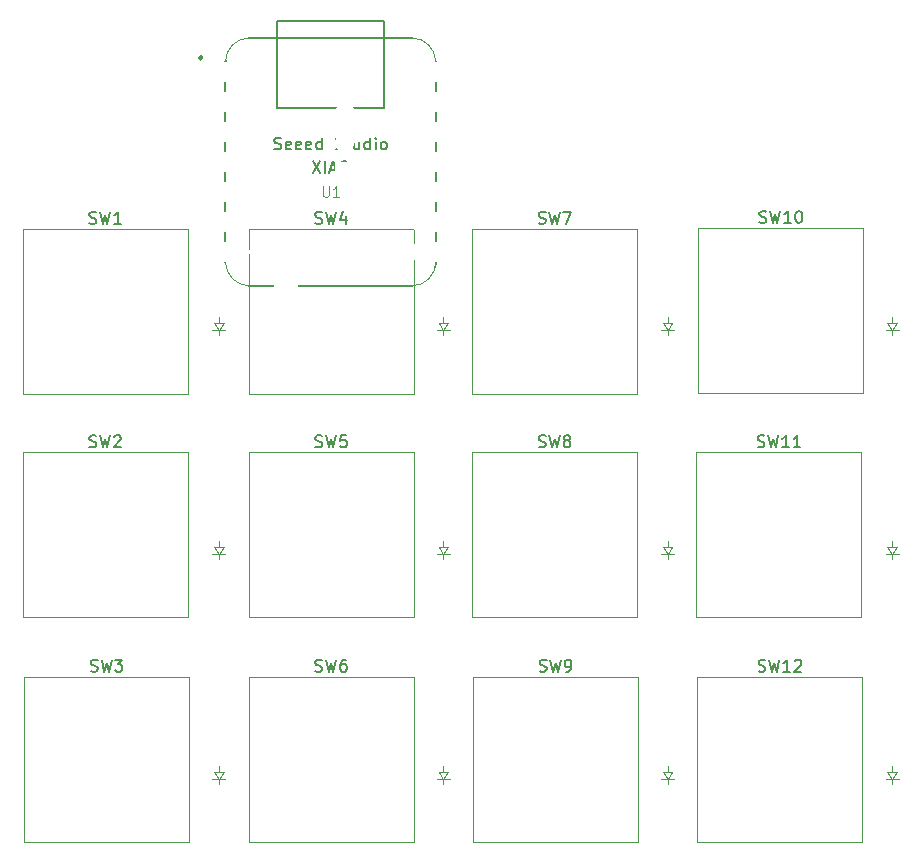
<source format=gbr>
%TF.GenerationSoftware,KiCad,Pcbnew,8.0.6*%
%TF.CreationDate,2024-10-21T19:55:21-04:00*%
%TF.ProjectId,pcb,7063622e-6b69-4636-9164-5f7063625858,rev?*%
%TF.SameCoordinates,Original*%
%TF.FileFunction,Legend,Top*%
%TF.FilePolarity,Positive*%
%FSLAX46Y46*%
G04 Gerber Fmt 4.6, Leading zero omitted, Abs format (unit mm)*
G04 Created by KiCad (PCBNEW 8.0.6) date 2024-10-21 19:55:21*
%MOMM*%
%LPD*%
G01*
G04 APERTURE LIST*
%ADD10C,0.150000*%
%ADD11C,0.101600*%
%ADD12C,0.100000*%
%ADD13C,0.120000*%
%ADD14C,0.025400*%
%ADD15C,0.254000*%
%ADD16C,0.127000*%
%ADD17O,1.600000X1.600000*%
%ADD18R,1.600000X1.600000*%
%ADD19C,2.200000*%
%ADD20C,1.700000*%
%ADD21C,4.000000*%
%ADD22O,1.700000X1.700000*%
%ADD23R,1.700000X1.700000*%
%ADD24O,3.700000X1.700000*%
%ADD25O,3.600000X1.700000*%
%ADD26R,3.500000X1.700000*%
G04 APERTURE END LIST*
D10*
X161190476Y-53033200D02*
X161333333Y-53080819D01*
X161333333Y-53080819D02*
X161571428Y-53080819D01*
X161571428Y-53080819D02*
X161666666Y-53033200D01*
X161666666Y-53033200D02*
X161714285Y-52985580D01*
X161714285Y-52985580D02*
X161761904Y-52890342D01*
X161761904Y-52890342D02*
X161761904Y-52795104D01*
X161761904Y-52795104D02*
X161714285Y-52699866D01*
X161714285Y-52699866D02*
X161666666Y-52652247D01*
X161666666Y-52652247D02*
X161571428Y-52604628D01*
X161571428Y-52604628D02*
X161380952Y-52557009D01*
X161380952Y-52557009D02*
X161285714Y-52509390D01*
X161285714Y-52509390D02*
X161238095Y-52461771D01*
X161238095Y-52461771D02*
X161190476Y-52366533D01*
X161190476Y-52366533D02*
X161190476Y-52271295D01*
X161190476Y-52271295D02*
X161238095Y-52176057D01*
X161238095Y-52176057D02*
X161285714Y-52128438D01*
X161285714Y-52128438D02*
X161380952Y-52080819D01*
X161380952Y-52080819D02*
X161619047Y-52080819D01*
X161619047Y-52080819D02*
X161761904Y-52128438D01*
X162095238Y-52080819D02*
X162333333Y-53080819D01*
X162333333Y-53080819D02*
X162523809Y-52366533D01*
X162523809Y-52366533D02*
X162714285Y-53080819D01*
X162714285Y-53080819D02*
X162952381Y-52080819D01*
X163857142Y-53080819D02*
X163285714Y-53080819D01*
X163571428Y-53080819D02*
X163571428Y-52080819D01*
X163571428Y-52080819D02*
X163476190Y-52223676D01*
X163476190Y-52223676D02*
X163380952Y-52318914D01*
X163380952Y-52318914D02*
X163285714Y-52366533D01*
X164476190Y-52080819D02*
X164571428Y-52080819D01*
X164571428Y-52080819D02*
X164666666Y-52128438D01*
X164666666Y-52128438D02*
X164714285Y-52176057D01*
X164714285Y-52176057D02*
X164761904Y-52271295D01*
X164761904Y-52271295D02*
X164809523Y-52461771D01*
X164809523Y-52461771D02*
X164809523Y-52699866D01*
X164809523Y-52699866D02*
X164761904Y-52890342D01*
X164761904Y-52890342D02*
X164714285Y-52985580D01*
X164714285Y-52985580D02*
X164666666Y-53033200D01*
X164666666Y-53033200D02*
X164571428Y-53080819D01*
X164571428Y-53080819D02*
X164476190Y-53080819D01*
X164476190Y-53080819D02*
X164380952Y-53033200D01*
X164380952Y-53033200D02*
X164333333Y-52985580D01*
X164333333Y-52985580D02*
X164285714Y-52890342D01*
X164285714Y-52890342D02*
X164238095Y-52699866D01*
X164238095Y-52699866D02*
X164238095Y-52461771D01*
X164238095Y-52461771D02*
X164285714Y-52271295D01*
X164285714Y-52271295D02*
X164333333Y-52176057D01*
X164333333Y-52176057D02*
X164380952Y-52128438D01*
X164380952Y-52128438D02*
X164476190Y-52080819D01*
X142586667Y-91033200D02*
X142729524Y-91080819D01*
X142729524Y-91080819D02*
X142967619Y-91080819D01*
X142967619Y-91080819D02*
X143062857Y-91033200D01*
X143062857Y-91033200D02*
X143110476Y-90985580D01*
X143110476Y-90985580D02*
X143158095Y-90890342D01*
X143158095Y-90890342D02*
X143158095Y-90795104D01*
X143158095Y-90795104D02*
X143110476Y-90699866D01*
X143110476Y-90699866D02*
X143062857Y-90652247D01*
X143062857Y-90652247D02*
X142967619Y-90604628D01*
X142967619Y-90604628D02*
X142777143Y-90557009D01*
X142777143Y-90557009D02*
X142681905Y-90509390D01*
X142681905Y-90509390D02*
X142634286Y-90461771D01*
X142634286Y-90461771D02*
X142586667Y-90366533D01*
X142586667Y-90366533D02*
X142586667Y-90271295D01*
X142586667Y-90271295D02*
X142634286Y-90176057D01*
X142634286Y-90176057D02*
X142681905Y-90128438D01*
X142681905Y-90128438D02*
X142777143Y-90080819D01*
X142777143Y-90080819D02*
X143015238Y-90080819D01*
X143015238Y-90080819D02*
X143158095Y-90128438D01*
X143491429Y-90080819D02*
X143729524Y-91080819D01*
X143729524Y-91080819D02*
X143920000Y-90366533D01*
X143920000Y-90366533D02*
X144110476Y-91080819D01*
X144110476Y-91080819D02*
X144348572Y-90080819D01*
X144777143Y-91080819D02*
X144967619Y-91080819D01*
X144967619Y-91080819D02*
X145062857Y-91033200D01*
X145062857Y-91033200D02*
X145110476Y-90985580D01*
X145110476Y-90985580D02*
X145205714Y-90842723D01*
X145205714Y-90842723D02*
X145253333Y-90652247D01*
X145253333Y-90652247D02*
X145253333Y-90271295D01*
X145253333Y-90271295D02*
X145205714Y-90176057D01*
X145205714Y-90176057D02*
X145158095Y-90128438D01*
X145158095Y-90128438D02*
X145062857Y-90080819D01*
X145062857Y-90080819D02*
X144872381Y-90080819D01*
X144872381Y-90080819D02*
X144777143Y-90128438D01*
X144777143Y-90128438D02*
X144729524Y-90176057D01*
X144729524Y-90176057D02*
X144681905Y-90271295D01*
X144681905Y-90271295D02*
X144681905Y-90509390D01*
X144681905Y-90509390D02*
X144729524Y-90604628D01*
X144729524Y-90604628D02*
X144777143Y-90652247D01*
X144777143Y-90652247D02*
X144872381Y-90699866D01*
X144872381Y-90699866D02*
X145062857Y-90699866D01*
X145062857Y-90699866D02*
X145158095Y-90652247D01*
X145158095Y-90652247D02*
X145205714Y-90604628D01*
X145205714Y-90604628D02*
X145253333Y-90509390D01*
X104456667Y-72033200D02*
X104599524Y-72080819D01*
X104599524Y-72080819D02*
X104837619Y-72080819D01*
X104837619Y-72080819D02*
X104932857Y-72033200D01*
X104932857Y-72033200D02*
X104980476Y-71985580D01*
X104980476Y-71985580D02*
X105028095Y-71890342D01*
X105028095Y-71890342D02*
X105028095Y-71795104D01*
X105028095Y-71795104D02*
X104980476Y-71699866D01*
X104980476Y-71699866D02*
X104932857Y-71652247D01*
X104932857Y-71652247D02*
X104837619Y-71604628D01*
X104837619Y-71604628D02*
X104647143Y-71557009D01*
X104647143Y-71557009D02*
X104551905Y-71509390D01*
X104551905Y-71509390D02*
X104504286Y-71461771D01*
X104504286Y-71461771D02*
X104456667Y-71366533D01*
X104456667Y-71366533D02*
X104456667Y-71271295D01*
X104456667Y-71271295D02*
X104504286Y-71176057D01*
X104504286Y-71176057D02*
X104551905Y-71128438D01*
X104551905Y-71128438D02*
X104647143Y-71080819D01*
X104647143Y-71080819D02*
X104885238Y-71080819D01*
X104885238Y-71080819D02*
X105028095Y-71128438D01*
X105361429Y-71080819D02*
X105599524Y-72080819D01*
X105599524Y-72080819D02*
X105790000Y-71366533D01*
X105790000Y-71366533D02*
X105980476Y-72080819D01*
X105980476Y-72080819D02*
X106218572Y-71080819D01*
X106551905Y-71176057D02*
X106599524Y-71128438D01*
X106599524Y-71128438D02*
X106694762Y-71080819D01*
X106694762Y-71080819D02*
X106932857Y-71080819D01*
X106932857Y-71080819D02*
X107028095Y-71128438D01*
X107028095Y-71128438D02*
X107075714Y-71176057D01*
X107075714Y-71176057D02*
X107123333Y-71271295D01*
X107123333Y-71271295D02*
X107123333Y-71366533D01*
X107123333Y-71366533D02*
X107075714Y-71509390D01*
X107075714Y-71509390D02*
X106504286Y-72080819D01*
X106504286Y-72080819D02*
X107123333Y-72080819D01*
X123586667Y-53113200D02*
X123729524Y-53160819D01*
X123729524Y-53160819D02*
X123967619Y-53160819D01*
X123967619Y-53160819D02*
X124062857Y-53113200D01*
X124062857Y-53113200D02*
X124110476Y-53065580D01*
X124110476Y-53065580D02*
X124158095Y-52970342D01*
X124158095Y-52970342D02*
X124158095Y-52875104D01*
X124158095Y-52875104D02*
X124110476Y-52779866D01*
X124110476Y-52779866D02*
X124062857Y-52732247D01*
X124062857Y-52732247D02*
X123967619Y-52684628D01*
X123967619Y-52684628D02*
X123777143Y-52637009D01*
X123777143Y-52637009D02*
X123681905Y-52589390D01*
X123681905Y-52589390D02*
X123634286Y-52541771D01*
X123634286Y-52541771D02*
X123586667Y-52446533D01*
X123586667Y-52446533D02*
X123586667Y-52351295D01*
X123586667Y-52351295D02*
X123634286Y-52256057D01*
X123634286Y-52256057D02*
X123681905Y-52208438D01*
X123681905Y-52208438D02*
X123777143Y-52160819D01*
X123777143Y-52160819D02*
X124015238Y-52160819D01*
X124015238Y-52160819D02*
X124158095Y-52208438D01*
X124491429Y-52160819D02*
X124729524Y-53160819D01*
X124729524Y-53160819D02*
X124920000Y-52446533D01*
X124920000Y-52446533D02*
X125110476Y-53160819D01*
X125110476Y-53160819D02*
X125348572Y-52160819D01*
X126158095Y-52494152D02*
X126158095Y-53160819D01*
X125920000Y-52113200D02*
X125681905Y-52827485D01*
X125681905Y-52827485D02*
X126300952Y-52827485D01*
X104586667Y-91033200D02*
X104729524Y-91080819D01*
X104729524Y-91080819D02*
X104967619Y-91080819D01*
X104967619Y-91080819D02*
X105062857Y-91033200D01*
X105062857Y-91033200D02*
X105110476Y-90985580D01*
X105110476Y-90985580D02*
X105158095Y-90890342D01*
X105158095Y-90890342D02*
X105158095Y-90795104D01*
X105158095Y-90795104D02*
X105110476Y-90699866D01*
X105110476Y-90699866D02*
X105062857Y-90652247D01*
X105062857Y-90652247D02*
X104967619Y-90604628D01*
X104967619Y-90604628D02*
X104777143Y-90557009D01*
X104777143Y-90557009D02*
X104681905Y-90509390D01*
X104681905Y-90509390D02*
X104634286Y-90461771D01*
X104634286Y-90461771D02*
X104586667Y-90366533D01*
X104586667Y-90366533D02*
X104586667Y-90271295D01*
X104586667Y-90271295D02*
X104634286Y-90176057D01*
X104634286Y-90176057D02*
X104681905Y-90128438D01*
X104681905Y-90128438D02*
X104777143Y-90080819D01*
X104777143Y-90080819D02*
X105015238Y-90080819D01*
X105015238Y-90080819D02*
X105158095Y-90128438D01*
X105491429Y-90080819D02*
X105729524Y-91080819D01*
X105729524Y-91080819D02*
X105920000Y-90366533D01*
X105920000Y-90366533D02*
X106110476Y-91080819D01*
X106110476Y-91080819D02*
X106348572Y-90080819D01*
X106634286Y-90080819D02*
X107253333Y-90080819D01*
X107253333Y-90080819D02*
X106920000Y-90461771D01*
X106920000Y-90461771D02*
X107062857Y-90461771D01*
X107062857Y-90461771D02*
X107158095Y-90509390D01*
X107158095Y-90509390D02*
X107205714Y-90557009D01*
X107205714Y-90557009D02*
X107253333Y-90652247D01*
X107253333Y-90652247D02*
X107253333Y-90890342D01*
X107253333Y-90890342D02*
X107205714Y-90985580D01*
X107205714Y-90985580D02*
X107158095Y-91033200D01*
X107158095Y-91033200D02*
X107062857Y-91080819D01*
X107062857Y-91080819D02*
X106777143Y-91080819D01*
X106777143Y-91080819D02*
X106681905Y-91033200D01*
X106681905Y-91033200D02*
X106634286Y-90985580D01*
X123586667Y-72033200D02*
X123729524Y-72080819D01*
X123729524Y-72080819D02*
X123967619Y-72080819D01*
X123967619Y-72080819D02*
X124062857Y-72033200D01*
X124062857Y-72033200D02*
X124110476Y-71985580D01*
X124110476Y-71985580D02*
X124158095Y-71890342D01*
X124158095Y-71890342D02*
X124158095Y-71795104D01*
X124158095Y-71795104D02*
X124110476Y-71699866D01*
X124110476Y-71699866D02*
X124062857Y-71652247D01*
X124062857Y-71652247D02*
X123967619Y-71604628D01*
X123967619Y-71604628D02*
X123777143Y-71557009D01*
X123777143Y-71557009D02*
X123681905Y-71509390D01*
X123681905Y-71509390D02*
X123634286Y-71461771D01*
X123634286Y-71461771D02*
X123586667Y-71366533D01*
X123586667Y-71366533D02*
X123586667Y-71271295D01*
X123586667Y-71271295D02*
X123634286Y-71176057D01*
X123634286Y-71176057D02*
X123681905Y-71128438D01*
X123681905Y-71128438D02*
X123777143Y-71080819D01*
X123777143Y-71080819D02*
X124015238Y-71080819D01*
X124015238Y-71080819D02*
X124158095Y-71128438D01*
X124491429Y-71080819D02*
X124729524Y-72080819D01*
X124729524Y-72080819D02*
X124920000Y-71366533D01*
X124920000Y-71366533D02*
X125110476Y-72080819D01*
X125110476Y-72080819D02*
X125348572Y-71080819D01*
X126205714Y-71080819D02*
X125729524Y-71080819D01*
X125729524Y-71080819D02*
X125681905Y-71557009D01*
X125681905Y-71557009D02*
X125729524Y-71509390D01*
X125729524Y-71509390D02*
X125824762Y-71461771D01*
X125824762Y-71461771D02*
X126062857Y-71461771D01*
X126062857Y-71461771D02*
X126158095Y-71509390D01*
X126158095Y-71509390D02*
X126205714Y-71557009D01*
X126205714Y-71557009D02*
X126253333Y-71652247D01*
X126253333Y-71652247D02*
X126253333Y-71890342D01*
X126253333Y-71890342D02*
X126205714Y-71985580D01*
X126205714Y-71985580D02*
X126158095Y-72033200D01*
X126158095Y-72033200D02*
X126062857Y-72080819D01*
X126062857Y-72080819D02*
X125824762Y-72080819D01*
X125824762Y-72080819D02*
X125729524Y-72033200D01*
X125729524Y-72033200D02*
X125681905Y-71985580D01*
X123586667Y-91033200D02*
X123729524Y-91080819D01*
X123729524Y-91080819D02*
X123967619Y-91080819D01*
X123967619Y-91080819D02*
X124062857Y-91033200D01*
X124062857Y-91033200D02*
X124110476Y-90985580D01*
X124110476Y-90985580D02*
X124158095Y-90890342D01*
X124158095Y-90890342D02*
X124158095Y-90795104D01*
X124158095Y-90795104D02*
X124110476Y-90699866D01*
X124110476Y-90699866D02*
X124062857Y-90652247D01*
X124062857Y-90652247D02*
X123967619Y-90604628D01*
X123967619Y-90604628D02*
X123777143Y-90557009D01*
X123777143Y-90557009D02*
X123681905Y-90509390D01*
X123681905Y-90509390D02*
X123634286Y-90461771D01*
X123634286Y-90461771D02*
X123586667Y-90366533D01*
X123586667Y-90366533D02*
X123586667Y-90271295D01*
X123586667Y-90271295D02*
X123634286Y-90176057D01*
X123634286Y-90176057D02*
X123681905Y-90128438D01*
X123681905Y-90128438D02*
X123777143Y-90080819D01*
X123777143Y-90080819D02*
X124015238Y-90080819D01*
X124015238Y-90080819D02*
X124158095Y-90128438D01*
X124491429Y-90080819D02*
X124729524Y-91080819D01*
X124729524Y-91080819D02*
X124920000Y-90366533D01*
X124920000Y-90366533D02*
X125110476Y-91080819D01*
X125110476Y-91080819D02*
X125348572Y-90080819D01*
X126158095Y-90080819D02*
X125967619Y-90080819D01*
X125967619Y-90080819D02*
X125872381Y-90128438D01*
X125872381Y-90128438D02*
X125824762Y-90176057D01*
X125824762Y-90176057D02*
X125729524Y-90318914D01*
X125729524Y-90318914D02*
X125681905Y-90509390D01*
X125681905Y-90509390D02*
X125681905Y-90890342D01*
X125681905Y-90890342D02*
X125729524Y-90985580D01*
X125729524Y-90985580D02*
X125777143Y-91033200D01*
X125777143Y-91033200D02*
X125872381Y-91080819D01*
X125872381Y-91080819D02*
X126062857Y-91080819D01*
X126062857Y-91080819D02*
X126158095Y-91033200D01*
X126158095Y-91033200D02*
X126205714Y-90985580D01*
X126205714Y-90985580D02*
X126253333Y-90890342D01*
X126253333Y-90890342D02*
X126253333Y-90652247D01*
X126253333Y-90652247D02*
X126205714Y-90557009D01*
X126205714Y-90557009D02*
X126158095Y-90509390D01*
X126158095Y-90509390D02*
X126062857Y-90461771D01*
X126062857Y-90461771D02*
X125872381Y-90461771D01*
X125872381Y-90461771D02*
X125777143Y-90509390D01*
X125777143Y-90509390D02*
X125729524Y-90557009D01*
X125729524Y-90557009D02*
X125681905Y-90652247D01*
X142506667Y-72033200D02*
X142649524Y-72080819D01*
X142649524Y-72080819D02*
X142887619Y-72080819D01*
X142887619Y-72080819D02*
X142982857Y-72033200D01*
X142982857Y-72033200D02*
X143030476Y-71985580D01*
X143030476Y-71985580D02*
X143078095Y-71890342D01*
X143078095Y-71890342D02*
X143078095Y-71795104D01*
X143078095Y-71795104D02*
X143030476Y-71699866D01*
X143030476Y-71699866D02*
X142982857Y-71652247D01*
X142982857Y-71652247D02*
X142887619Y-71604628D01*
X142887619Y-71604628D02*
X142697143Y-71557009D01*
X142697143Y-71557009D02*
X142601905Y-71509390D01*
X142601905Y-71509390D02*
X142554286Y-71461771D01*
X142554286Y-71461771D02*
X142506667Y-71366533D01*
X142506667Y-71366533D02*
X142506667Y-71271295D01*
X142506667Y-71271295D02*
X142554286Y-71176057D01*
X142554286Y-71176057D02*
X142601905Y-71128438D01*
X142601905Y-71128438D02*
X142697143Y-71080819D01*
X142697143Y-71080819D02*
X142935238Y-71080819D01*
X142935238Y-71080819D02*
X143078095Y-71128438D01*
X143411429Y-71080819D02*
X143649524Y-72080819D01*
X143649524Y-72080819D02*
X143840000Y-71366533D01*
X143840000Y-71366533D02*
X144030476Y-72080819D01*
X144030476Y-72080819D02*
X144268572Y-71080819D01*
X144792381Y-71509390D02*
X144697143Y-71461771D01*
X144697143Y-71461771D02*
X144649524Y-71414152D01*
X144649524Y-71414152D02*
X144601905Y-71318914D01*
X144601905Y-71318914D02*
X144601905Y-71271295D01*
X144601905Y-71271295D02*
X144649524Y-71176057D01*
X144649524Y-71176057D02*
X144697143Y-71128438D01*
X144697143Y-71128438D02*
X144792381Y-71080819D01*
X144792381Y-71080819D02*
X144982857Y-71080819D01*
X144982857Y-71080819D02*
X145078095Y-71128438D01*
X145078095Y-71128438D02*
X145125714Y-71176057D01*
X145125714Y-71176057D02*
X145173333Y-71271295D01*
X145173333Y-71271295D02*
X145173333Y-71318914D01*
X145173333Y-71318914D02*
X145125714Y-71414152D01*
X145125714Y-71414152D02*
X145078095Y-71461771D01*
X145078095Y-71461771D02*
X144982857Y-71509390D01*
X144982857Y-71509390D02*
X144792381Y-71509390D01*
X144792381Y-71509390D02*
X144697143Y-71557009D01*
X144697143Y-71557009D02*
X144649524Y-71604628D01*
X144649524Y-71604628D02*
X144601905Y-71699866D01*
X144601905Y-71699866D02*
X144601905Y-71890342D01*
X144601905Y-71890342D02*
X144649524Y-71985580D01*
X144649524Y-71985580D02*
X144697143Y-72033200D01*
X144697143Y-72033200D02*
X144792381Y-72080819D01*
X144792381Y-72080819D02*
X144982857Y-72080819D01*
X144982857Y-72080819D02*
X145078095Y-72033200D01*
X145078095Y-72033200D02*
X145125714Y-71985580D01*
X145125714Y-71985580D02*
X145173333Y-71890342D01*
X145173333Y-71890342D02*
X145173333Y-71699866D01*
X145173333Y-71699866D02*
X145125714Y-71604628D01*
X145125714Y-71604628D02*
X145078095Y-71557009D01*
X145078095Y-71557009D02*
X144982857Y-71509390D01*
D11*
X124197666Y-49976985D02*
X124197666Y-50696652D01*
X124197666Y-50696652D02*
X124240000Y-50781318D01*
X124240000Y-50781318D02*
X124282333Y-50823652D01*
X124282333Y-50823652D02*
X124367000Y-50865985D01*
X124367000Y-50865985D02*
X124536333Y-50865985D01*
X124536333Y-50865985D02*
X124621000Y-50823652D01*
X124621000Y-50823652D02*
X124663333Y-50781318D01*
X124663333Y-50781318D02*
X124705666Y-50696652D01*
X124705666Y-50696652D02*
X124705666Y-49976985D01*
X125594666Y-50865985D02*
X125086666Y-50865985D01*
X125340666Y-50865985D02*
X125340666Y-49976985D01*
X125340666Y-49976985D02*
X125255999Y-50103985D01*
X125255999Y-50103985D02*
X125171333Y-50188652D01*
X125171333Y-50188652D02*
X125086666Y-50230985D01*
D10*
X123351191Y-47874819D02*
X124017857Y-48874819D01*
X124017857Y-47874819D02*
X123351191Y-48874819D01*
X124398810Y-48874819D02*
X124398810Y-47874819D01*
X124827381Y-48589104D02*
X125303571Y-48589104D01*
X124732143Y-48874819D02*
X125065476Y-47874819D01*
X125065476Y-47874819D02*
X125398809Y-48874819D01*
X125922619Y-47874819D02*
X126113095Y-47874819D01*
X126113095Y-47874819D02*
X126208333Y-47922438D01*
X126208333Y-47922438D02*
X126303571Y-48017676D01*
X126303571Y-48017676D02*
X126351190Y-48208152D01*
X126351190Y-48208152D02*
X126351190Y-48541485D01*
X126351190Y-48541485D02*
X126303571Y-48731961D01*
X126303571Y-48731961D02*
X126208333Y-48827200D01*
X126208333Y-48827200D02*
X126113095Y-48874819D01*
X126113095Y-48874819D02*
X125922619Y-48874819D01*
X125922619Y-48874819D02*
X125827381Y-48827200D01*
X125827381Y-48827200D02*
X125732143Y-48731961D01*
X125732143Y-48731961D02*
X125684524Y-48541485D01*
X125684524Y-48541485D02*
X125684524Y-48208152D01*
X125684524Y-48208152D02*
X125732143Y-48017676D01*
X125732143Y-48017676D02*
X125827381Y-47922438D01*
X125827381Y-47922438D02*
X125922619Y-47874819D01*
X120113095Y-46827200D02*
X120255952Y-46874819D01*
X120255952Y-46874819D02*
X120494047Y-46874819D01*
X120494047Y-46874819D02*
X120589285Y-46827200D01*
X120589285Y-46827200D02*
X120636904Y-46779580D01*
X120636904Y-46779580D02*
X120684523Y-46684342D01*
X120684523Y-46684342D02*
X120684523Y-46589104D01*
X120684523Y-46589104D02*
X120636904Y-46493866D01*
X120636904Y-46493866D02*
X120589285Y-46446247D01*
X120589285Y-46446247D02*
X120494047Y-46398628D01*
X120494047Y-46398628D02*
X120303571Y-46351009D01*
X120303571Y-46351009D02*
X120208333Y-46303390D01*
X120208333Y-46303390D02*
X120160714Y-46255771D01*
X120160714Y-46255771D02*
X120113095Y-46160533D01*
X120113095Y-46160533D02*
X120113095Y-46065295D01*
X120113095Y-46065295D02*
X120160714Y-45970057D01*
X120160714Y-45970057D02*
X120208333Y-45922438D01*
X120208333Y-45922438D02*
X120303571Y-45874819D01*
X120303571Y-45874819D02*
X120541666Y-45874819D01*
X120541666Y-45874819D02*
X120684523Y-45922438D01*
X121494047Y-46827200D02*
X121398809Y-46874819D01*
X121398809Y-46874819D02*
X121208333Y-46874819D01*
X121208333Y-46874819D02*
X121113095Y-46827200D01*
X121113095Y-46827200D02*
X121065476Y-46731961D01*
X121065476Y-46731961D02*
X121065476Y-46351009D01*
X121065476Y-46351009D02*
X121113095Y-46255771D01*
X121113095Y-46255771D02*
X121208333Y-46208152D01*
X121208333Y-46208152D02*
X121398809Y-46208152D01*
X121398809Y-46208152D02*
X121494047Y-46255771D01*
X121494047Y-46255771D02*
X121541666Y-46351009D01*
X121541666Y-46351009D02*
X121541666Y-46446247D01*
X121541666Y-46446247D02*
X121065476Y-46541485D01*
X122351190Y-46827200D02*
X122255952Y-46874819D01*
X122255952Y-46874819D02*
X122065476Y-46874819D01*
X122065476Y-46874819D02*
X121970238Y-46827200D01*
X121970238Y-46827200D02*
X121922619Y-46731961D01*
X121922619Y-46731961D02*
X121922619Y-46351009D01*
X121922619Y-46351009D02*
X121970238Y-46255771D01*
X121970238Y-46255771D02*
X122065476Y-46208152D01*
X122065476Y-46208152D02*
X122255952Y-46208152D01*
X122255952Y-46208152D02*
X122351190Y-46255771D01*
X122351190Y-46255771D02*
X122398809Y-46351009D01*
X122398809Y-46351009D02*
X122398809Y-46446247D01*
X122398809Y-46446247D02*
X121922619Y-46541485D01*
X123208333Y-46827200D02*
X123113095Y-46874819D01*
X123113095Y-46874819D02*
X122922619Y-46874819D01*
X122922619Y-46874819D02*
X122827381Y-46827200D01*
X122827381Y-46827200D02*
X122779762Y-46731961D01*
X122779762Y-46731961D02*
X122779762Y-46351009D01*
X122779762Y-46351009D02*
X122827381Y-46255771D01*
X122827381Y-46255771D02*
X122922619Y-46208152D01*
X122922619Y-46208152D02*
X123113095Y-46208152D01*
X123113095Y-46208152D02*
X123208333Y-46255771D01*
X123208333Y-46255771D02*
X123255952Y-46351009D01*
X123255952Y-46351009D02*
X123255952Y-46446247D01*
X123255952Y-46446247D02*
X122779762Y-46541485D01*
X124113095Y-46874819D02*
X124113095Y-45874819D01*
X124113095Y-46827200D02*
X124017857Y-46874819D01*
X124017857Y-46874819D02*
X123827381Y-46874819D01*
X123827381Y-46874819D02*
X123732143Y-46827200D01*
X123732143Y-46827200D02*
X123684524Y-46779580D01*
X123684524Y-46779580D02*
X123636905Y-46684342D01*
X123636905Y-46684342D02*
X123636905Y-46398628D01*
X123636905Y-46398628D02*
X123684524Y-46303390D01*
X123684524Y-46303390D02*
X123732143Y-46255771D01*
X123732143Y-46255771D02*
X123827381Y-46208152D01*
X123827381Y-46208152D02*
X124017857Y-46208152D01*
X124017857Y-46208152D02*
X124113095Y-46255771D01*
X125303572Y-46827200D02*
X125446429Y-46874819D01*
X125446429Y-46874819D02*
X125684524Y-46874819D01*
X125684524Y-46874819D02*
X125779762Y-46827200D01*
X125779762Y-46827200D02*
X125827381Y-46779580D01*
X125827381Y-46779580D02*
X125875000Y-46684342D01*
X125875000Y-46684342D02*
X125875000Y-46589104D01*
X125875000Y-46589104D02*
X125827381Y-46493866D01*
X125827381Y-46493866D02*
X125779762Y-46446247D01*
X125779762Y-46446247D02*
X125684524Y-46398628D01*
X125684524Y-46398628D02*
X125494048Y-46351009D01*
X125494048Y-46351009D02*
X125398810Y-46303390D01*
X125398810Y-46303390D02*
X125351191Y-46255771D01*
X125351191Y-46255771D02*
X125303572Y-46160533D01*
X125303572Y-46160533D02*
X125303572Y-46065295D01*
X125303572Y-46065295D02*
X125351191Y-45970057D01*
X125351191Y-45970057D02*
X125398810Y-45922438D01*
X125398810Y-45922438D02*
X125494048Y-45874819D01*
X125494048Y-45874819D02*
X125732143Y-45874819D01*
X125732143Y-45874819D02*
X125875000Y-45922438D01*
X126160715Y-46208152D02*
X126541667Y-46208152D01*
X126303572Y-45874819D02*
X126303572Y-46731961D01*
X126303572Y-46731961D02*
X126351191Y-46827200D01*
X126351191Y-46827200D02*
X126446429Y-46874819D01*
X126446429Y-46874819D02*
X126541667Y-46874819D01*
X127303572Y-46208152D02*
X127303572Y-46874819D01*
X126875001Y-46208152D02*
X126875001Y-46731961D01*
X126875001Y-46731961D02*
X126922620Y-46827200D01*
X126922620Y-46827200D02*
X127017858Y-46874819D01*
X127017858Y-46874819D02*
X127160715Y-46874819D01*
X127160715Y-46874819D02*
X127255953Y-46827200D01*
X127255953Y-46827200D02*
X127303572Y-46779580D01*
X128208334Y-46874819D02*
X128208334Y-45874819D01*
X128208334Y-46827200D02*
X128113096Y-46874819D01*
X128113096Y-46874819D02*
X127922620Y-46874819D01*
X127922620Y-46874819D02*
X127827382Y-46827200D01*
X127827382Y-46827200D02*
X127779763Y-46779580D01*
X127779763Y-46779580D02*
X127732144Y-46684342D01*
X127732144Y-46684342D02*
X127732144Y-46398628D01*
X127732144Y-46398628D02*
X127779763Y-46303390D01*
X127779763Y-46303390D02*
X127827382Y-46255771D01*
X127827382Y-46255771D02*
X127922620Y-46208152D01*
X127922620Y-46208152D02*
X128113096Y-46208152D01*
X128113096Y-46208152D02*
X128208334Y-46255771D01*
X128684525Y-46874819D02*
X128684525Y-46208152D01*
X128684525Y-45874819D02*
X128636906Y-45922438D01*
X128636906Y-45922438D02*
X128684525Y-45970057D01*
X128684525Y-45970057D02*
X128732144Y-45922438D01*
X128732144Y-45922438D02*
X128684525Y-45874819D01*
X128684525Y-45874819D02*
X128684525Y-45970057D01*
X129303572Y-46874819D02*
X129208334Y-46827200D01*
X129208334Y-46827200D02*
X129160715Y-46779580D01*
X129160715Y-46779580D02*
X129113096Y-46684342D01*
X129113096Y-46684342D02*
X129113096Y-46398628D01*
X129113096Y-46398628D02*
X129160715Y-46303390D01*
X129160715Y-46303390D02*
X129208334Y-46255771D01*
X129208334Y-46255771D02*
X129303572Y-46208152D01*
X129303572Y-46208152D02*
X129446429Y-46208152D01*
X129446429Y-46208152D02*
X129541667Y-46255771D01*
X129541667Y-46255771D02*
X129589286Y-46303390D01*
X129589286Y-46303390D02*
X129636905Y-46398628D01*
X129636905Y-46398628D02*
X129636905Y-46684342D01*
X129636905Y-46684342D02*
X129589286Y-46779580D01*
X129589286Y-46779580D02*
X129541667Y-46827200D01*
X129541667Y-46827200D02*
X129446429Y-46874819D01*
X129446429Y-46874819D02*
X129303572Y-46874819D01*
X142506667Y-53113200D02*
X142649524Y-53160819D01*
X142649524Y-53160819D02*
X142887619Y-53160819D01*
X142887619Y-53160819D02*
X142982857Y-53113200D01*
X142982857Y-53113200D02*
X143030476Y-53065580D01*
X143030476Y-53065580D02*
X143078095Y-52970342D01*
X143078095Y-52970342D02*
X143078095Y-52875104D01*
X143078095Y-52875104D02*
X143030476Y-52779866D01*
X143030476Y-52779866D02*
X142982857Y-52732247D01*
X142982857Y-52732247D02*
X142887619Y-52684628D01*
X142887619Y-52684628D02*
X142697143Y-52637009D01*
X142697143Y-52637009D02*
X142601905Y-52589390D01*
X142601905Y-52589390D02*
X142554286Y-52541771D01*
X142554286Y-52541771D02*
X142506667Y-52446533D01*
X142506667Y-52446533D02*
X142506667Y-52351295D01*
X142506667Y-52351295D02*
X142554286Y-52256057D01*
X142554286Y-52256057D02*
X142601905Y-52208438D01*
X142601905Y-52208438D02*
X142697143Y-52160819D01*
X142697143Y-52160819D02*
X142935238Y-52160819D01*
X142935238Y-52160819D02*
X143078095Y-52208438D01*
X143411429Y-52160819D02*
X143649524Y-53160819D01*
X143649524Y-53160819D02*
X143840000Y-52446533D01*
X143840000Y-52446533D02*
X144030476Y-53160819D01*
X144030476Y-53160819D02*
X144268572Y-52160819D01*
X144554286Y-52160819D02*
X145220952Y-52160819D01*
X145220952Y-52160819D02*
X144792381Y-53160819D01*
X161110476Y-91033200D02*
X161253333Y-91080819D01*
X161253333Y-91080819D02*
X161491428Y-91080819D01*
X161491428Y-91080819D02*
X161586666Y-91033200D01*
X161586666Y-91033200D02*
X161634285Y-90985580D01*
X161634285Y-90985580D02*
X161681904Y-90890342D01*
X161681904Y-90890342D02*
X161681904Y-90795104D01*
X161681904Y-90795104D02*
X161634285Y-90699866D01*
X161634285Y-90699866D02*
X161586666Y-90652247D01*
X161586666Y-90652247D02*
X161491428Y-90604628D01*
X161491428Y-90604628D02*
X161300952Y-90557009D01*
X161300952Y-90557009D02*
X161205714Y-90509390D01*
X161205714Y-90509390D02*
X161158095Y-90461771D01*
X161158095Y-90461771D02*
X161110476Y-90366533D01*
X161110476Y-90366533D02*
X161110476Y-90271295D01*
X161110476Y-90271295D02*
X161158095Y-90176057D01*
X161158095Y-90176057D02*
X161205714Y-90128438D01*
X161205714Y-90128438D02*
X161300952Y-90080819D01*
X161300952Y-90080819D02*
X161539047Y-90080819D01*
X161539047Y-90080819D02*
X161681904Y-90128438D01*
X162015238Y-90080819D02*
X162253333Y-91080819D01*
X162253333Y-91080819D02*
X162443809Y-90366533D01*
X162443809Y-90366533D02*
X162634285Y-91080819D01*
X162634285Y-91080819D02*
X162872381Y-90080819D01*
X163777142Y-91080819D02*
X163205714Y-91080819D01*
X163491428Y-91080819D02*
X163491428Y-90080819D01*
X163491428Y-90080819D02*
X163396190Y-90223676D01*
X163396190Y-90223676D02*
X163300952Y-90318914D01*
X163300952Y-90318914D02*
X163205714Y-90366533D01*
X164158095Y-90176057D02*
X164205714Y-90128438D01*
X164205714Y-90128438D02*
X164300952Y-90080819D01*
X164300952Y-90080819D02*
X164539047Y-90080819D01*
X164539047Y-90080819D02*
X164634285Y-90128438D01*
X164634285Y-90128438D02*
X164681904Y-90176057D01*
X164681904Y-90176057D02*
X164729523Y-90271295D01*
X164729523Y-90271295D02*
X164729523Y-90366533D01*
X164729523Y-90366533D02*
X164681904Y-90509390D01*
X164681904Y-90509390D02*
X164110476Y-91080819D01*
X164110476Y-91080819D02*
X164729523Y-91080819D01*
X161030476Y-72033200D02*
X161173333Y-72080819D01*
X161173333Y-72080819D02*
X161411428Y-72080819D01*
X161411428Y-72080819D02*
X161506666Y-72033200D01*
X161506666Y-72033200D02*
X161554285Y-71985580D01*
X161554285Y-71985580D02*
X161601904Y-71890342D01*
X161601904Y-71890342D02*
X161601904Y-71795104D01*
X161601904Y-71795104D02*
X161554285Y-71699866D01*
X161554285Y-71699866D02*
X161506666Y-71652247D01*
X161506666Y-71652247D02*
X161411428Y-71604628D01*
X161411428Y-71604628D02*
X161220952Y-71557009D01*
X161220952Y-71557009D02*
X161125714Y-71509390D01*
X161125714Y-71509390D02*
X161078095Y-71461771D01*
X161078095Y-71461771D02*
X161030476Y-71366533D01*
X161030476Y-71366533D02*
X161030476Y-71271295D01*
X161030476Y-71271295D02*
X161078095Y-71176057D01*
X161078095Y-71176057D02*
X161125714Y-71128438D01*
X161125714Y-71128438D02*
X161220952Y-71080819D01*
X161220952Y-71080819D02*
X161459047Y-71080819D01*
X161459047Y-71080819D02*
X161601904Y-71128438D01*
X161935238Y-71080819D02*
X162173333Y-72080819D01*
X162173333Y-72080819D02*
X162363809Y-71366533D01*
X162363809Y-71366533D02*
X162554285Y-72080819D01*
X162554285Y-72080819D02*
X162792381Y-71080819D01*
X163697142Y-72080819D02*
X163125714Y-72080819D01*
X163411428Y-72080819D02*
X163411428Y-71080819D01*
X163411428Y-71080819D02*
X163316190Y-71223676D01*
X163316190Y-71223676D02*
X163220952Y-71318914D01*
X163220952Y-71318914D02*
X163125714Y-71366533D01*
X164649523Y-72080819D02*
X164078095Y-72080819D01*
X164363809Y-72080819D02*
X164363809Y-71080819D01*
X164363809Y-71080819D02*
X164268571Y-71223676D01*
X164268571Y-71223676D02*
X164173333Y-71318914D01*
X164173333Y-71318914D02*
X164078095Y-71366533D01*
X104456667Y-53113200D02*
X104599524Y-53160819D01*
X104599524Y-53160819D02*
X104837619Y-53160819D01*
X104837619Y-53160819D02*
X104932857Y-53113200D01*
X104932857Y-53113200D02*
X104980476Y-53065580D01*
X104980476Y-53065580D02*
X105028095Y-52970342D01*
X105028095Y-52970342D02*
X105028095Y-52875104D01*
X105028095Y-52875104D02*
X104980476Y-52779866D01*
X104980476Y-52779866D02*
X104932857Y-52732247D01*
X104932857Y-52732247D02*
X104837619Y-52684628D01*
X104837619Y-52684628D02*
X104647143Y-52637009D01*
X104647143Y-52637009D02*
X104551905Y-52589390D01*
X104551905Y-52589390D02*
X104504286Y-52541771D01*
X104504286Y-52541771D02*
X104456667Y-52446533D01*
X104456667Y-52446533D02*
X104456667Y-52351295D01*
X104456667Y-52351295D02*
X104504286Y-52256057D01*
X104504286Y-52256057D02*
X104551905Y-52208438D01*
X104551905Y-52208438D02*
X104647143Y-52160819D01*
X104647143Y-52160819D02*
X104885238Y-52160819D01*
X104885238Y-52160819D02*
X105028095Y-52208438D01*
X105361429Y-52160819D02*
X105599524Y-53160819D01*
X105599524Y-53160819D02*
X105790000Y-52446533D01*
X105790000Y-52446533D02*
X105980476Y-53160819D01*
X105980476Y-53160819D02*
X106218572Y-52160819D01*
X107123333Y-53160819D02*
X106551905Y-53160819D01*
X106837619Y-53160819D02*
X106837619Y-52160819D01*
X106837619Y-52160819D02*
X106742381Y-52303676D01*
X106742381Y-52303676D02*
X106647143Y-52398914D01*
X106647143Y-52398914D02*
X106551905Y-52446533D01*
D12*
%TO.C,D12*%
X172820000Y-99560000D02*
X172420000Y-100160000D01*
X172420000Y-100560000D02*
X172420000Y-100160000D01*
X172420000Y-100160000D02*
X172020000Y-99560000D01*
X172420000Y-99560000D02*
X172420000Y-99060000D01*
X172020000Y-99560000D02*
X172820000Y-99560000D01*
X171870000Y-100160000D02*
X172970000Y-100160000D01*
%TO.C,D10*%
X172820000Y-61560000D02*
X172420000Y-62160000D01*
X172420000Y-62560000D02*
X172420000Y-62160000D01*
X172420000Y-62160000D02*
X172020000Y-61560000D01*
X172420000Y-61560000D02*
X172420000Y-61060000D01*
X172020000Y-61560000D02*
X172820000Y-61560000D01*
X171870000Y-62160000D02*
X172970000Y-62160000D01*
D13*
%TO.C,SW10*%
X169985000Y-67485000D02*
X156015000Y-67485000D01*
X169985000Y-53515000D02*
X169985000Y-67485000D01*
X156015000Y-67485000D02*
X156015000Y-53515000D01*
X156015000Y-53515000D02*
X169985000Y-53515000D01*
D12*
%TO.C,D8*%
X153820000Y-80560000D02*
X153420000Y-81160000D01*
X153420000Y-81560000D02*
X153420000Y-81160000D01*
X153420000Y-81160000D02*
X153020000Y-80560000D01*
X153420000Y-80560000D02*
X153420000Y-80060000D01*
X153020000Y-80560000D02*
X153820000Y-80560000D01*
X152870000Y-81160000D02*
X153970000Y-81160000D01*
D13*
%TO.C,SW9*%
X150905000Y-105485000D02*
X136935000Y-105485000D01*
X150905000Y-91515000D02*
X150905000Y-105485000D01*
X136935000Y-105485000D02*
X136935000Y-91515000D01*
X136935000Y-91515000D02*
X150905000Y-91515000D01*
D12*
%TO.C,D9*%
X153820000Y-99560000D02*
X153420000Y-100160000D01*
X153420000Y-100560000D02*
X153420000Y-100160000D01*
X153420000Y-100160000D02*
X153020000Y-99560000D01*
X153420000Y-99560000D02*
X153420000Y-99060000D01*
X153020000Y-99560000D02*
X153820000Y-99560000D01*
X152870000Y-100160000D02*
X153970000Y-100160000D01*
D13*
%TO.C,SW2*%
X112775000Y-86485000D02*
X98805000Y-86485000D01*
X112775000Y-72515000D02*
X112775000Y-86485000D01*
X98805000Y-86485000D02*
X98805000Y-72515000D01*
X98805000Y-72515000D02*
X112775000Y-72515000D01*
%TO.C,SW4*%
X131905000Y-67565000D02*
X117935000Y-67565000D01*
X131905000Y-53595000D02*
X131905000Y-67565000D01*
X117935000Y-67565000D02*
X117935000Y-53595000D01*
X117935000Y-53595000D02*
X131905000Y-53595000D01*
D12*
%TO.C,D4*%
X134820000Y-61560000D02*
X134420000Y-62160000D01*
X134420000Y-62560000D02*
X134420000Y-62160000D01*
X134420000Y-62160000D02*
X134020000Y-61560000D01*
X134420000Y-61560000D02*
X134420000Y-61060000D01*
X134020000Y-61560000D02*
X134820000Y-61560000D01*
X133870000Y-62160000D02*
X134970000Y-62160000D01*
%TO.C,D5*%
X134820000Y-80560000D02*
X134420000Y-81160000D01*
X134420000Y-81560000D02*
X134420000Y-81160000D01*
X134420000Y-81160000D02*
X134020000Y-80560000D01*
X134420000Y-80560000D02*
X134420000Y-80060000D01*
X134020000Y-80560000D02*
X134820000Y-80560000D01*
X133870000Y-81160000D02*
X134970000Y-81160000D01*
%TO.C,D11*%
X172820000Y-80560000D02*
X172420000Y-81160000D01*
X172420000Y-81560000D02*
X172420000Y-81160000D01*
X172420000Y-81160000D02*
X172020000Y-80560000D01*
X172420000Y-80560000D02*
X172420000Y-80060000D01*
X172020000Y-80560000D02*
X172820000Y-80560000D01*
X171870000Y-81160000D02*
X172970000Y-81160000D01*
D13*
%TO.C,SW3*%
X112905000Y-105485000D02*
X98935000Y-105485000D01*
X112905000Y-91515000D02*
X112905000Y-105485000D01*
X98935000Y-105485000D02*
X98935000Y-91515000D01*
X98935000Y-91515000D02*
X112905000Y-91515000D01*
%TO.C,SW5*%
X131905000Y-86485000D02*
X117935000Y-86485000D01*
X131905000Y-72515000D02*
X131905000Y-86485000D01*
X117935000Y-86485000D02*
X117935000Y-72515000D01*
X117935000Y-72515000D02*
X131905000Y-72515000D01*
D12*
%TO.C,D6*%
X134820000Y-99560000D02*
X134420000Y-100160000D01*
X134420000Y-100560000D02*
X134420000Y-100160000D01*
X134420000Y-100160000D02*
X134020000Y-99560000D01*
X134420000Y-99560000D02*
X134420000Y-99060000D01*
X134020000Y-99560000D02*
X134820000Y-99560000D01*
X133870000Y-100160000D02*
X134970000Y-100160000D01*
%TO.C,D7*%
X153820000Y-61560000D02*
X153420000Y-62160000D01*
X153420000Y-62560000D02*
X153420000Y-62160000D01*
X153420000Y-62160000D02*
X153020000Y-61560000D01*
X153420000Y-61560000D02*
X153420000Y-61060000D01*
X153020000Y-61560000D02*
X153820000Y-61560000D01*
X152870000Y-62160000D02*
X153970000Y-62160000D01*
D13*
%TO.C,SW6*%
X131905000Y-105485000D02*
X117935000Y-105485000D01*
X131905000Y-91515000D02*
X131905000Y-105485000D01*
X117935000Y-105485000D02*
X117935000Y-91515000D01*
X117935000Y-91515000D02*
X131905000Y-91515000D01*
%TO.C,SW8*%
X150825000Y-86485000D02*
X136855000Y-86485000D01*
X150825000Y-72515000D02*
X150825000Y-86485000D01*
X136855000Y-86485000D02*
X136855000Y-72515000D01*
X136855000Y-72515000D02*
X150825000Y-72515000D01*
D14*
%TO.C,U1*%
X133762713Y-56490850D02*
X133759665Y-56539618D01*
X133755601Y-56588639D01*
X133750268Y-56637407D01*
X133743664Y-56686175D01*
X133736044Y-56734690D01*
X133727153Y-56782950D01*
X133717248Y-56830955D01*
X133764492Y-56441574D01*
X133762713Y-56490850D01*
X115987285Y-39358295D02*
X115990333Y-39309527D01*
X115994397Y-39260506D01*
X115987285Y-39358295D01*
D15*
X114002000Y-39120000D02*
G75*
G02*
X113748000Y-39120000I-127000J0D01*
G01*
X113748000Y-39120000D02*
G75*
G02*
X114002000Y-39120000I127000J0D01*
G01*
D13*
X133775000Y-56420000D02*
G75*
G02*
X131775000Y-58420000I-2000000J0D01*
G01*
X131775000Y-37420000D02*
G75*
G02*
X133775000Y-39420000I-44600J-2044600D01*
G01*
X117975000Y-58420000D02*
G75*
G02*
X115975000Y-56420000I44857J2044857D01*
G01*
X115975000Y-39420000D02*
G75*
G02*
X117975000Y-37420000I2044612J-44612D01*
G01*
D16*
X133775000Y-56420000D02*
X133775000Y-39420000D01*
X131775000Y-37420910D02*
X117975000Y-37420910D01*
X129375000Y-43349270D02*
X120375000Y-43349270D01*
X129375000Y-35995970D02*
X129375000Y-43349270D01*
X120375000Y-43349270D02*
X120375000Y-35995970D01*
X120375000Y-35995970D02*
X129375000Y-35995970D01*
X117975000Y-58420000D02*
X131775000Y-58420000D01*
X115975000Y-39420000D02*
X115975000Y-56420000D01*
D13*
%TO.C,SW7*%
X150825000Y-67565000D02*
X136855000Y-67565000D01*
X150825000Y-53595000D02*
X150825000Y-67565000D01*
X136855000Y-67565000D02*
X136855000Y-53595000D01*
X136855000Y-53595000D02*
X150825000Y-53595000D01*
D12*
%TO.C,D1*%
X115820000Y-61560000D02*
X115420000Y-62160000D01*
X115420000Y-62560000D02*
X115420000Y-62160000D01*
X115420000Y-62160000D02*
X115020000Y-61560000D01*
X115420000Y-61560000D02*
X115420000Y-61060000D01*
X115020000Y-61560000D02*
X115820000Y-61560000D01*
X114870000Y-62160000D02*
X115970000Y-62160000D01*
%TO.C,D2*%
X115820000Y-80560000D02*
X115420000Y-81160000D01*
X115420000Y-81560000D02*
X115420000Y-81160000D01*
X115420000Y-81160000D02*
X115020000Y-80560000D01*
X115420000Y-80560000D02*
X115420000Y-80060000D01*
X115020000Y-80560000D02*
X115820000Y-80560000D01*
X114870000Y-81160000D02*
X115970000Y-81160000D01*
%TO.C,D3*%
X115820000Y-99560000D02*
X115420000Y-100160000D01*
X115420000Y-100560000D02*
X115420000Y-100160000D01*
X115420000Y-100160000D02*
X115020000Y-99560000D01*
X115420000Y-99560000D02*
X115420000Y-99060000D01*
X115020000Y-99560000D02*
X115820000Y-99560000D01*
X114870000Y-100160000D02*
X115970000Y-100160000D01*
D13*
%TO.C,SW12*%
X169905000Y-105485000D02*
X155935000Y-105485000D01*
X169905000Y-91515000D02*
X169905000Y-105485000D01*
X155935000Y-105485000D02*
X155935000Y-91515000D01*
X155935000Y-91515000D02*
X169905000Y-91515000D01*
%TO.C,SW11*%
X169825000Y-86485000D02*
X155855000Y-86485000D01*
X169825000Y-72515000D02*
X169825000Y-86485000D01*
X155855000Y-86485000D02*
X155855000Y-72515000D01*
X155855000Y-72515000D02*
X169825000Y-72515000D01*
%TO.C,SW1*%
X112775000Y-67565000D02*
X98805000Y-67565000D01*
X112775000Y-53595000D02*
X112775000Y-67565000D01*
X98805000Y-67565000D02*
X98805000Y-53595000D01*
X98805000Y-53595000D02*
X112775000Y-53595000D01*
%TD*%
%LPC*%
D17*
%TO.C,D12*%
X172420000Y-96000000D03*
D18*
X172420000Y-103620000D03*
%TD*%
D17*
%TO.C,D10*%
X172420000Y-58000000D03*
D18*
X172420000Y-65620000D03*
%TD*%
D19*
%TO.C,SW10*%
X159190000Y-57960000D03*
X165540000Y-55420000D03*
D20*
X168080000Y-60500000D03*
D21*
X163000000Y-60500000D03*
D20*
X157920000Y-60500000D03*
%TD*%
D17*
%TO.C,D8*%
X153420000Y-77000000D03*
D18*
X153420000Y-84620000D03*
%TD*%
D19*
%TO.C,SW9*%
X140110000Y-95960000D03*
X146460000Y-93420000D03*
D20*
X149000000Y-98500000D03*
D21*
X143920000Y-98500000D03*
D20*
X138840000Y-98500000D03*
%TD*%
D17*
%TO.C,D9*%
X153420000Y-96000000D03*
D18*
X153420000Y-103620000D03*
%TD*%
D19*
%TO.C,SW2*%
X101980000Y-76960000D03*
X108330000Y-74420000D03*
D20*
X110870000Y-79500000D03*
D21*
X105790000Y-79500000D03*
D20*
X100710000Y-79500000D03*
%TD*%
D19*
%TO.C,SW4*%
X121110000Y-58040000D03*
X127460000Y-55500000D03*
D20*
X130000000Y-60580000D03*
D21*
X124920000Y-60580000D03*
D20*
X119840000Y-60580000D03*
%TD*%
D17*
%TO.C,D4*%
X134420000Y-58000000D03*
D18*
X134420000Y-65620000D03*
%TD*%
D17*
%TO.C,D5*%
X134420000Y-77000000D03*
D18*
X134420000Y-84620000D03*
%TD*%
D17*
%TO.C,D11*%
X172420000Y-77000000D03*
D18*
X172420000Y-84620000D03*
%TD*%
D19*
%TO.C,SW3*%
X102110000Y-95960000D03*
X108460000Y-93420000D03*
D20*
X111000000Y-98500000D03*
D21*
X105920000Y-98500000D03*
D20*
X100840000Y-98500000D03*
%TD*%
D22*
%TO.C,J1*%
X126100000Y-41180000D03*
X126100000Y-43720000D03*
X126100000Y-46260000D03*
D23*
X126100000Y-48800000D03*
%TD*%
D19*
%TO.C,SW5*%
X121110000Y-76960000D03*
X127460000Y-74420000D03*
D20*
X130000000Y-79500000D03*
D21*
X124920000Y-79500000D03*
D20*
X119840000Y-79500000D03*
%TD*%
D17*
%TO.C,D6*%
X134420000Y-96000000D03*
D18*
X134420000Y-103620000D03*
%TD*%
D17*
%TO.C,D7*%
X153420000Y-58000000D03*
D18*
X153420000Y-65620000D03*
%TD*%
D19*
%TO.C,SW6*%
X121110000Y-95960000D03*
X127460000Y-93420000D03*
D20*
X130000000Y-98500000D03*
D21*
X124920000Y-98500000D03*
D20*
X119840000Y-98500000D03*
%TD*%
D19*
%TO.C,SW8*%
X140030000Y-76960000D03*
X146380000Y-74420000D03*
D20*
X148920000Y-79500000D03*
D21*
X143840000Y-79500000D03*
D20*
X138760000Y-79500000D03*
%TD*%
D24*
%TO.C,U1*%
X133500000Y-40300000D03*
X133500000Y-42840000D03*
X133500000Y-45380000D03*
X133500000Y-47920000D03*
D25*
X133500000Y-50460000D03*
X133500000Y-53000000D03*
X133500000Y-55540000D03*
X116250000Y-55540000D03*
X116250000Y-53000000D03*
X116250000Y-50460000D03*
X116250000Y-47920000D03*
X116250000Y-45380000D03*
X116250000Y-42840000D03*
D26*
X116250000Y-40300000D03*
%TD*%
D19*
%TO.C,SW7*%
X140030000Y-58040000D03*
X146380000Y-55500000D03*
D20*
X148920000Y-60580000D03*
D21*
X143840000Y-60580000D03*
D20*
X138760000Y-60580000D03*
%TD*%
D17*
%TO.C,D1*%
X115420000Y-58000000D03*
D18*
X115420000Y-65620000D03*
%TD*%
D17*
%TO.C,D2*%
X115420000Y-77000000D03*
D18*
X115420000Y-84620000D03*
%TD*%
D17*
%TO.C,D3*%
X115420000Y-96000000D03*
D18*
X115420000Y-103620000D03*
%TD*%
D19*
%TO.C,SW12*%
X159110000Y-95960000D03*
X165460000Y-93420000D03*
D20*
X168000000Y-98500000D03*
D21*
X162920000Y-98500000D03*
D20*
X157840000Y-98500000D03*
%TD*%
D19*
%TO.C,SW11*%
X159030000Y-76960000D03*
X165380000Y-74420000D03*
D20*
X167920000Y-79500000D03*
D21*
X162840000Y-79500000D03*
D20*
X157760000Y-79500000D03*
%TD*%
D19*
%TO.C,SW1*%
X101980000Y-58040000D03*
X108330000Y-55500000D03*
D20*
X110870000Y-60580000D03*
D21*
X105790000Y-60580000D03*
D20*
X100710000Y-60580000D03*
%TD*%
%LPD*%
M02*

</source>
